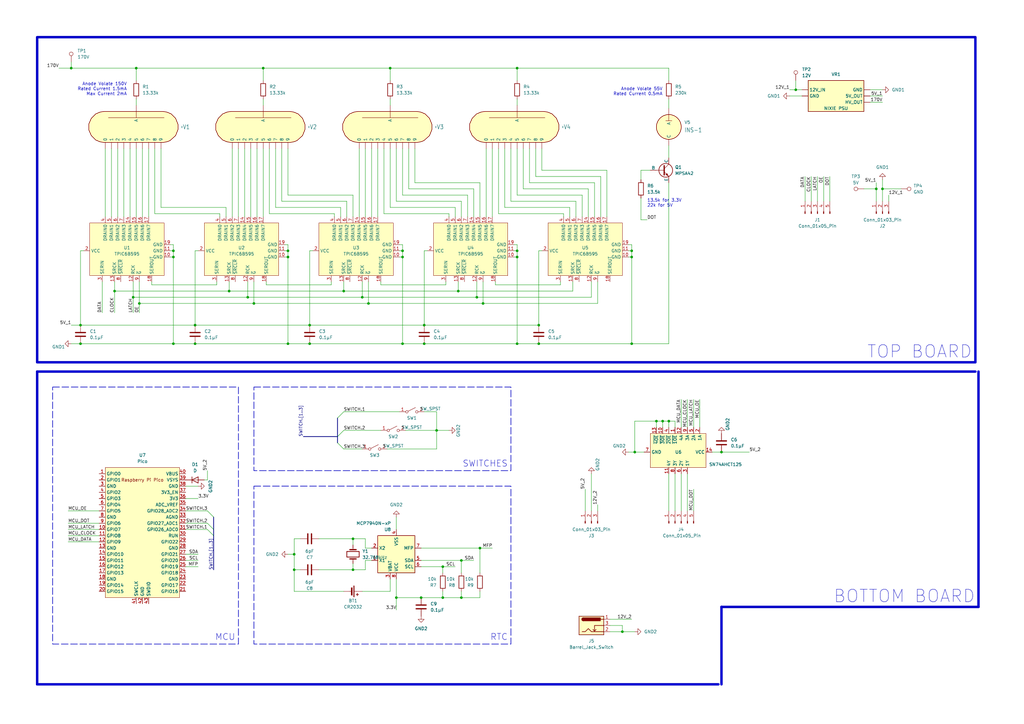
<source format=kicad_sch>
(kicad_sch (version 20230121) (generator eeschema)
  (paper "A3")
  (title_block (title "Nixie IN-8") (date "2023-08-25") (rev "1.0") (comment 2 "creativecommons.org") (comment 3 "Licence: CC BY 4.0") (comment 4 "Author: Zeno Gries"))
  (lib_symbols
    (symbol "Connector:Barrel_Jack_Switch" (pin_names hide)
      (property "Reference" "J" (at 0 5.334 0))
      (property "Value" "Barrel_Jack_Switch" (at 0 -5.08 0))
      (symbol "Barrel_Jack_Switch_1_1"
        (pin passive line (at 7.62 2.54 180) (length 2.54) (name "~") (number "1"))
        (pin passive line (at 7.62 -2.54 180) (length 2.54) (name "~") (number "2"))
        (pin passive line (at 7.62 0 180) (length 2.54) (name "~") (number "3"))
      )
    )
    (symbol "Connector:Conn_01x03_Pin" (pin_names (offset 1.016) hide)
      (property "Reference" "J" (at 0 5.08 0))
      (property "Value" "Conn_01x03_Pin" (at 0 -5.08 0))
      (symbol "Conn_01x03_Pin_1_1"
        (pin passive line (at 5.08 2.54 180) (length 3.81) (name "Pin_1") (number "1"))
        (pin passive line (at 5.08 0 180) (length 3.81) (name "Pin_2") (number "2"))
        (pin passive line (at 5.08 -2.54 180) (length 3.81) (name "Pin_3") (number "3"))
      )
    )
    (symbol "Connector:Conn_01x05_Pin" (pin_names (offset 1.016) hide)
      (property "Reference" "J" (at 0 7.62 0))
      (property "Value" "Conn_01x05_Pin" (at 0 -7.62 0))
      (symbol "Conn_01x05_Pin_1_1"
        (pin passive line (at 5.08 5.08 180) (length 3.81) (name "Pin_1") (number "1"))
        (pin passive line (at 5.08 2.54 180) (length 3.81) (name "Pin_2") (number "2"))
        (pin passive line (at 5.08 0 180) (length 3.81) (name "Pin_3") (number "3"))
        (pin passive line (at 5.08 -2.54 180) (length 3.81) (name "Pin_4") (number "4"))
        (pin passive line (at 5.08 -5.08 180) (length 3.81) (name "Pin_5") (number "5"))
      )
    )
    (symbol "Connector:TestPoint" (pin_numbers hide) (pin_names (offset 0.762) hide)
      (property "Reference" "TP" (at 0 6.858 0))
      (property "Value" "TestPoint" (at 0 5.08 0))
      (symbol "TestPoint_1_1"
        (pin passive line (at 0 0 90) (length 2.54) (name "1") (number "1"))
      )
    )
    (symbol "Device:Battery_Cell" (pin_numbers hide) (pin_names (offset 0) hide)
      (property "Reference" "BT" (at 2.54 2.54 0))
      (property "Value" "Battery_Cell" (at 2.54 0 0))
      (symbol "Battery_Cell_1_1"
        (pin passive line (at 0 5.08 270) (length 2.54) (name "+") (number "1"))
        (pin passive line (at 0 -2.54 90) (length 2.54) (name "-") (number "2"))
      )
    )
    (symbol "Device:C" (pin_numbers hide) (pin_names (offset 0.254))
      (property "Reference" "C" (at 0.635 2.54 0))
      (property "Value" "C" (at 0.635 -2.54 0))
      (symbol "C_1_1"
        (pin passive line (at 0 3.81 270) (length 2.794) (name "~") (number "1"))
        (pin passive line (at 0 -3.81 90) (length 2.794) (name "~") (number "2"))
      )
    )
    (symbol "Device:Crystal" (pin_numbers hide) (pin_names (offset 1.016) hide)
      (property "Reference" "Y" (at 0 3.81 0))
      (property "Value" "Crystal" (at 0 -3.81 0))
      (symbol "Crystal_1_1"
        (pin passive line (at -3.81 0 0) (length 1.27) (name "1") (number "1"))
        (pin passive line (at 3.81 0 180) (length 1.27) (name "2") (number "2"))
      )
    )
    (symbol "Device:D" (pin_numbers hide) (pin_names (offset 1.016) hide)
      (property "Reference" "D" (at 0 2.54 0))
      (property "Value" "D" (at 0 -2.54 0))
      (symbol "D_1_1"
        (pin passive line (at -3.81 0 0) (length 2.54) (name "K") (number "1"))
        (pin passive line (at 3.81 0 180) (length 2.54) (name "A") (number "2"))
      )
    )
    (symbol "Device:R" (pin_numbers hide) (pin_names (offset 0))
      (property "Reference" "R" (at 2.032 0 90))
      (property "Value" "R" (at 0 0 90))
      (symbol "R_1_1"
        (pin passive line (at 0 3.81 270) (length 1.27) (name "~") (number "1"))
        (pin passive line (at 0 -3.81 90) (length 1.27) (name "~") (number "2"))
      )
    )
    (symbol "MCU_RaspberryPi_and_Boards:Pico"
      (property "Reference" "U" (at -13.97 27.94 0))
      (property "Value" "Pico" (at 0 19.05 0))
      (symbol "Pico_0_0"
        (text "Raspberry Pi Pico" (at 0 21.59 0) (effects (font (size 1.27 1.27))))
      )
      (symbol "Pico_1_1"
        (pin bidirectional line (at -17.78 24.13 0) (length 2.54) (name "GPIO0") (number "1"))
        (pin bidirectional line (at -17.78 1.27 0) (length 2.54) (name "GPIO7") (number "10"))
        (pin bidirectional line (at -17.78 -1.27 0) (length 2.54) (name "GPIO8") (number "11"))
        (pin bidirectional line (at -17.78 -3.81 0) (length 2.54) (name "GPIO9") (number "12"))
        (pin power_in line (at -17.78 -6.35 0) (length 2.54) (name "GND") (number "13"))
        (pin bidirectional line (at -17.78 -8.89 0) (length 2.54) (name "GPIO10") (number "14"))
        (pin bidirectional line (at -17.78 -11.43 0) (length 2.54) (name "GPIO11") (number "15"))
        (pin bidirectional line (at -17.78 -13.97 0) (length 2.54) (name "GPIO12") (number "16"))
        (pin bidirectional line (at -17.78 -16.51 0) (length 2.54) (name "GPIO13") (number "17"))
        (pin power_in line (at -17.78 -19.05 0) (length 2.54) (name "GND") (number "18"))
        (pin bidirectional line (at -17.78 -21.59 0) (length 2.54) (name "GPIO14") (number "19"))
        (pin bidirectional line (at -17.78 21.59 0) (length 2.54) (name "GPIO1") (number "2"))
        (pin bidirectional line (at -17.78 -24.13 0) (length 2.54) (name "GPIO15") (number "20"))
        (pin bidirectional line (at 17.78 -24.13 180) (length 2.54) (name "GPIO16") (number "21"))
        (pin bidirectional line (at 17.78 -21.59 180) (length 2.54) (name "GPIO17") (number "22"))
        (pin power_in line (at 17.78 -19.05 180) (length 2.54) (name "GND") (number "23"))
        (pin bidirectional line (at 17.78 -16.51 180) (length 2.54) (name "GPIO18") (number "24"))
        (pin bidirectional line (at 17.78 -13.97 180) (length 2.54) (name "GPIO19") (number "25"))
        (pin bidirectional line (at 17.78 -11.43 180) (length 2.54) (name "GPIO20") (number "26"))
        (pin bidirectional line (at 17.78 -8.89 180) (length 2.54) (name "GPIO21") (number "27"))
        (pin power_in line (at 17.78 -6.35 180) (length 2.54) (name "GND") (number "28"))
        (pin bidirectional line (at 17.78 -3.81 180) (length 2.54) (name "GPIO22") (number "29"))
        (pin power_in line (at -17.78 19.05 0) (length 2.54) (name "GND") (number "3"))
        (pin input line (at 17.78 -1.27 180) (length 2.54) (name "RUN") (number "30"))
        (pin bidirectional line (at 17.78 1.27 180) (length 2.54) (name "GPIO26_ADC0") (number "31"))
        (pin bidirectional line (at 17.78 3.81 180) (length 2.54) (name "GPIO27_ADC1") (number "32"))
        (pin power_in line (at 17.78 6.35 180) (length 2.54) (name "AGND") (number "33"))
        (pin bidirectional line (at 17.78 8.89 180) (length 2.54) (name "GPIO28_ADC2") (number "34"))
        (pin power_in line (at 17.78 11.43 180) (length 2.54) (name "ADC_VREF") (number "35"))
        (pin power_in line (at 17.78 13.97 180) (length 2.54) (name "3V3") (number "36"))
        (pin input line (at 17.78 16.51 180) (length 2.54) (name "3V3_EN") (number "37"))
        (pin bidirectional line (at 17.78 19.05 180) (length 2.54) (name "GND") (number "38"))
        (pin power_in line (at 17.78 21.59 180) (length 2.54) (name "VSYS") (number "39"))
        (pin bidirectional line (at -17.78 16.51 0) (length 2.54) (name "GPIO2") (number "4"))
        (pin power_in line (at 17.78 24.13 180) (length 2.54) (name "VBUS") (number "40"))
        (pin input line (at -2.54 -29.21 90) (length 2.54) (name "SWCLK") (number "41"))
        (pin power_in line (at 0 -29.21 90) (length 2.54) (name "GND") (number "42"))
        (pin bidirectional line (at 2.54 -29.21 90) (length 2.54) (name "SWDIO") (number "43"))
        (pin bidirectional line (at -17.78 13.97 0) (length 2.54) (name "GPIO3") (number "5"))
        (pin bidirectional line (at -17.78 11.43 0) (length 2.54) (name "GPIO4") (number "6"))
        (pin bidirectional line (at -17.78 8.89 0) (length 2.54) (name "GPIO5") (number "7"))
        (pin power_in line (at -17.78 6.35 0) (length 2.54) (name "GND") (number "8"))
        (pin bidirectional line (at -17.78 3.81 0) (length 2.54) (name "GPIO6") (number "9"))
      )
    )
    (symbol "Nixie:IN-2"
      (property "Reference" "V" (at -1.2954 20.32 0))
      (symbol "IN-2_1_0"
        (pin bidirectional line (at -10.16 12.7 0) (length 2.54) (name "0") (number "0"))
        (pin bidirectional line (at -10.16 10.16 0) (length 2.54) (name "1") (number "1"))
        (pin bidirectional line (at -10.16 7.62 0) (length 2.54) (name "2") (number "2"))
        (pin bidirectional line (at -10.16 5.08 0) (length 2.54) (name "3") (number "3"))
        (pin bidirectional line (at -10.16 2.54 0) (length 2.54) (name "4") (number "4"))
        (pin bidirectional line (at -10.16 0 0) (length 2.54) (name "5") (number "5"))
        (pin bidirectional line (at -10.16 -2.54 0) (length 2.54) (name "6") (number "6"))
        (pin bidirectional line (at -10.16 -5.08 0) (length 2.54) (name "7") (number "7"))
        (pin bidirectional line (at -10.16 -7.62 0) (length 2.54) (name "8") (number "8"))
        (pin bidirectional line (at -10.16 -10.16 0) (length 2.54) (name "9") (number "9"))
        (pin power_in line (at 7.62 0 180) (length 5.08) (name "A") (number "A"))
      )
    )
    (symbol "Nixie:INS-1"
      (property "Reference" "V" (at 3.81 3.81 0))
      (property "Value" "INS-1" (at 5.588 -5.08 90))
      (symbol "INS-1_1_0"
        (pin power_in line (at 0 7.62 270) (length 5.08) (name "A") (number "A"))
        (pin power_in line (at 0 -7.62 90) (length 2.54) (name "C") (number "C"))
      )
    )
    (symbol "Nixie:NPN-MPSA42" (pin_numbers hide) (pin_names (offset 0))
      (property "Reference" "Q" (at -2.54 7.62 0))
      (property "Value" "NPN-MPSA42" (at -2.54 5.08 0))
      (symbol "NPN-MPSA42_1_1"
        (pin open_emitter line (at 2.54 -5.08 90) (length 2.54) (name "E") (number "1"))
        (pin input line (at -5.08 0 0) (length 2.54) (name "B") (number "2"))
        (pin open_collector line (at 2.54 5.08 270) (length 2.54) (name "C") (number "3"))
      )
    )
    (symbol "Nixie:Nixie-PSU-2"
      (property "Reference" "VR" (at 0 1.27 0))
      (symbol "Nixie-PSU-2_1_0"
        (pin power_in line (at -13.97 -1.27 0) (length 2.54) (name "GND") (number "1"))
        (pin power_in line (at -13.97 1.27 0) (length 2.54) (name "12V_IN") (number "2"))
        (pin power_out line (at 13.97 -3.81 180) (length 2.54) (name "HV_OUT") (number "3"))
        (pin power_out line (at 13.97 1.27 180) (length 2.54) (name "GND") (number "4"))
        (pin power_out line (at 13.97 -1.27 180) (length 2.54) (name "5V_OUT") (number "5"))
      )
    )
    (symbol "Nixie:SN54AHCT125"
      (property "Reference" "U" (at -1.27 0 90))
      (property "Value" "SN74AHCT125" (at 1.27 0 90))
      (symbol "SN54AHCT125_1_1"
        (pin input line (at -10.16 -1.27 0) (length 2.54) (name "~{1OE}") (number "1"))
        (pin input line (at -10.16 -6.35 0) (length 2.54) (name "~{3OE}") (number "10"))
        (pin output line (at 8.89 -3.81 180) (length 2.54) (name "4Y") (number "11"))
        (pin input line (at -10.16 1.27 0) (length 2.54) (name "4A") (number "12"))
        (pin input line (at -10.16 -8.89 0) (length 2.54) (name "~{4OE}") (number "13"))
        (pin power_in line (at 0 13.97 270) (length 2.54) (name "VCC") (number "14"))
        (pin input line (at -10.16 8.89 0) (length 2.54) (name "1A") (number "2"))
        (pin output line (at 8.89 3.81 180) (length 2.54) (name "1Y") (number "3"))
        (pin input line (at -10.16 -3.81 0) (length 2.54) (name "~{2OE}") (number "4"))
        (pin input line (at -10.16 6.35 0) (length 2.54) (name "2A") (number "5"))
        (pin output line (at 8.89 1.27 180) (length 2.54) (name "2Y") (number "6"))
        (pin power_in line (at 0 -13.97 90) (length 2.54) (name "GND") (number "7"))
        (pin output line (at 8.89 -1.27 180) (length 2.54) (name "3Y") (number "8"))
        (pin input line (at -10.16 3.81 0) (length 2.54) (name "3A") (number "9"))
      )
    )
    (symbol "Switch:SW_SPST" (pin_names (offset 0) hide)
      (property "Reference" "SW" (at 0 3.175 0))
      (property "Value" "SW_SPST" (at 0 -2.54 0))
      (symbol "SW_SPST_1_1"
        (pin passive line (at -5.08 0 0) (length 2.54) (name "A") (number "1"))
        (pin passive line (at 5.08 0 180) (length 2.54) (name "B") (number "2"))
      )
    )
    (symbol "TPIC6B595_2"
      (property "Reference" "U1" (at 1.27 0 90))
      (property "Value" "TPIC6B595" (at -1.27 0 90))
      (symbol "TPIC6B595_2_1_1"
        (pin power_in line (at -2.54 -17.78 90) (length 2.54) (name "GND") (number "10"))
        (pin power_in line (at 0 -17.78 90) (length 2.54) (name "GND") (number "11"))
        (pin input line (at -12.7 -2.54 0) (length 2.54) (name "RCK") (number "12"))
        (pin input line (at -12.7 5.08 0) (length 2.54) (name "SRCK") (number "13"))
        (pin open_collector line (at 13.97 -1.27 180) (length 2.54) (name "DRAIN4") (number "14"))
        (pin open_collector line (at 13.97 -3.81 180) (length 2.54) (name "DRAIN5") (number "15"))
        (pin open_collector line (at 13.97 -6.35 180) (length 2.54) (name "DRAIN6") (number "16"))
        (pin open_collector line (at 13.97 -8.89 180) (length 2.54) (name "DRAIN7") (number "17"))
        (pin input line (at -12.7 -10.16 0) (length 2.54) (name "SEROUT") (number "18"))
        (pin power_in line (at 2.54 -17.78 90) (length 2.54) (name "GND") (number "19"))
        (pin power_in line (at 0 17.78 270) (length 2.54) (name "VCC") (number "2"))
        (pin input line (at -12.7 10.16 0) (length 2.54) (name "SERIN") (number "3"))
        (pin open_collector line (at 13.97 8.89 180) (length 2.54) (name "DRAIN0") (number "4"))
        (pin open_collector line (at 13.97 6.35 180) (length 2.54) (name "DRAIN1") (number "5"))
        (pin open_collector line (at 13.97 3.81 180) (length 2.54) (name "DRAIN2") (number "6"))
        (pin open_collector line (at 13.97 1.27 180) (length 2.54) (name "DRAIN3") (number "7"))
        (pin input line (at -12.7 2.54 0) (length 2.54) (name "~{SRCLR}") (number "8"))
        (pin input line (at -12.7 -5.08 0) (length 2.54) (name "~{G}") (number "9"))
      )
    )
    (symbol "Timer_RTC:MCP7940N-xP"
      (property "Reference" "U" (at -6.35 8.89 0))
      (property "Value" "MCP7940N-xP" (at 11.43 8.89 0))
      (symbol "MCP7940N-xP_1_1"
        (pin input line (at 10.16 2.54 180) (length 2.54) (name "X1") (number "1"))
        (pin output line (at 10.16 -2.54 180) (length 2.54) (name "X2") (number "2"))
        (pin power_in line (at 2.54 10.16 270) (length 2.54) (name "VBAT") (number "3"))
        (pin power_in line (at 0 -10.16 90) (length 2.54) (name "VSS") (number "4"))
        (pin bidirectional line (at -10.16 2.54 0) (length 2.54) (name "SDA") (number "5"))
        (pin input line (at -10.16 5.08 0) (length 2.54) (name "SCL") (number "6"))
        (pin open_collector line (at -10.16 -2.54 0) (length 2.54) (name "MFP") (number "7"))
        (pin power_in line (at 0 10.16 270) (length 2.54) (name "VCC") (number "8"))
      )
    )
    (symbol "power:GND1" (power) (pin_names (offset 0))
      (property "Value" "GND1" (at 0 -3.81 0))
      (symbol "GND1_1_1"
        (pin power_in line (at 0 0 270) (length 0) hide (name "GND1") (number "1"))
      )
    )
    (symbol "power:GND2" (power) (pin_names (offset 0))
      (property "Value" "GND2" (at 0 -3.81 0))
      (symbol "GND2_1_1"
        (pin power_in line (at 0 0 270) (length 0) hide (name "GND2") (number "1"))
      )
    )
  )
  (junction (at 71.12 102.87))
  (junction (at 33.02 140.97))
  (junction (at 359.41 77.47))
  (junction (at 104.14 124.46))
  (junction (at 260.35 185.42))
  (junction (at 198.12 124.46))
  (junction (at 120.65 233.68))
  (junction (at 269.24 172.72))
  (junction (at 361.95 77.47))
  (junction (at 195.58 121.92))
  (junction (at 93.98 119.38))
  (junction (at 220.98 133.35))
  (junction (at 80.01 140.97))
  (junction (at 187.96 119.38))
  (junction (at 29.21 27.94))
  (junction (at 118.11 140.97))
  (junction (at 326.39 36.83))
  (junction (at 101.6 121.92))
  (junction (at 107.95 27.94))
  (junction (at 71.12 105.41))
  (junction (at 162.56 245.11))
  (junction (at 259.08 105.41))
  (junction (at 46.99 119.38))
  (junction (at 165.1 140.97))
  (junction (at 181.61 245.11))
  (junction (at 120.65 227.33))
  (junction (at 274.32 172.72))
  (junction (at 173.99 140.97))
  (junction (at 165.1 102.87))
  (junction (at 212.09 140.97))
  (junction (at 172.72 245.11))
  (junction (at 127 133.35))
  (junction (at 189.23 229.87))
  (junction (at 212.09 27.94))
  (junction (at 189.23 245.11))
  (junction (at 151.13 124.46))
  (junction (at 118.11 105.41))
  (junction (at 160.02 27.94))
  (junction (at 259.08 102.87))
  (junction (at 144.78 233.68))
  (junction (at 140.97 119.38))
  (junction (at 80.01 133.35))
  (junction (at 54.61 121.92))
  (junction (at 255.27 259.08))
  (junction (at 144.78 220.98))
  (junction (at 220.98 140.97))
  (junction (at 148.59 121.92))
  (junction (at 173.99 133.35))
  (junction (at 118.11 102.87))
  (junction (at 71.12 140.97))
  (junction (at 55.88 27.94))
  (junction (at 295.91 185.42))
  (junction (at 271.78 172.72))
  (junction (at 179.07 176.53))
  (junction (at 212.09 102.87))
  (junction (at 127 140.97))
  (junction (at 181.61 232.41))
  (junction (at 212.09 105.41))
  (junction (at 165.1 105.41))
  (junction (at 57.15 124.46))
  (junction (at 259.08 140.97))
  (junction (at 33.02 133.35))
  (junction (at 196.85 224.79))
  (bus_entry (at 87.63 219.71) (size -2.54 -2.54))
  (bus_entry (at 138.43 179.07) (size 2.54 -2.54))
  (bus_entry (at 87.63 212.09) (size -2.54 -2.54))
  (bus_entry (at 138.43 181.61) (size 2.54 2.54))
  (bus_entry (at 138.43 171.45) (size 2.54 -2.54))
  (bus_entry (at 87.63 217.17) (size -2.54 -2.54))
  (wire (pts (xy 274.32 59.69) (xy 274.32 64.77)))
  (polyline (pts (xy 295.91 248.92) (xy 295.91 280.67)) (stroke (width 1)))
  (wire (pts (xy 196.85 74.93) (xy 170.18 74.93)))
  (wire (pts (xy 196.85 224.79) (xy 196.85 234.95)))
  (wire (pts (xy 255.27 256.54) (xy 255.27 259.08)))
  (wire (pts (xy 326.39 36.83) (xy 328.93 36.83)))
  (wire (pts (xy 260.35 185.42) (xy 260.35 172.72)))
  (wire (pts (xy 284.48 163.83) (xy 284.48 175.26)))
  (wire (pts (xy 259.08 105.41) (xy 257.81 105.41)))
  (wire (pts (xy 116.84 100.33) (xy 118.11 100.33)))
  (wire (pts (xy 194.31 77.47) (xy 167.64 77.47)))
  (wire (pts (xy 195.58 121.92) (xy 195.58 115.57)))
  (wire (pts (xy 207.01 85.09) (xy 233.68 85.09)))
  (wire (pts (xy 66.04 85.09) (xy 66.04 60.96)))
  (wire (pts (xy 209.55 60.96) (xy 209.55 82.55)))
  (wire (pts (xy 181.61 232.41) (xy 181.61 234.95)))
  (wire (pts (xy 97.79 60.96) (xy 97.79 88.9)))
  (wire (pts (xy 156.21 115.57) (xy 156.21 116.84)))
  (polyline (pts (xy 15.24 280.67) (xy 15.24 152.4)) (stroke (width 1)))
  (wire (pts (xy 209.55 82.55) (xy 236.22 82.55)))
  (wire (pts (xy 212.09 140.97) (xy 220.98 140.97)))
  (wire (pts (xy 160.02 27.94) (xy 160.02 33.02)))
  (wire (pts (xy 71.12 105.41) (xy 71.12 140.97)))
  (wire (pts (xy 198.12 124.46) (xy 245.11 124.46)))
  (wire (pts (xy 50.8 88.9) (xy 50.8 60.96)))
  (wire (pts (xy 156.21 116.84) (xy 182.88 116.84)))
  (wire (pts (xy 90.17 87.63) (xy 63.5 87.63)))
  (wire (pts (xy 276.86 172.72) (xy 276.86 175.26)))
  (wire (pts (xy 217.17 60.96) (xy 217.17 74.93)))
  (wire (pts (xy 76.2 199.39) (xy 81.28 199.39)))
  (wire (pts (xy 323.85 36.83) (xy 326.39 36.83)))
  (wire (pts (xy 257.81 100.33) (xy 259.08 100.33)))
  (wire (pts (xy 369.57 77.47) (xy 361.95 77.47)))
  (wire (pts (xy 120.65 220.98) (xy 120.65 227.33)))
  (wire (pts (xy 107.95 27.94) (xy 160.02 27.94)))
  (wire (pts (xy 173.99 168.91) (xy 179.07 168.91)))
  (wire (pts (xy 33.02 133.35) (xy 80.01 133.35)))
  (wire (pts (xy 165.1 105.41) (xy 163.83 105.41)))
  (wire (pts (xy 120.65 233.68) (xy 120.65 227.33)))
  (wire (pts (xy 107.95 60.96) (xy 107.95 88.9)))
  (wire (pts (xy 92.71 85.09) (xy 66.04 85.09)))
  (wire (pts (xy 60.96 88.9) (xy 60.96 60.96)))
  (wire (pts (xy 173.99 140.97) (xy 212.09 140.97)))
  (wire (pts (xy 127 140.97) (xy 165.1 140.97)))
  (wire (pts (xy 274.32 27.94) (xy 274.32 33.02)))
  (bus (pts (xy 87.63 233.68) (xy 87.63 219.71)))
  (wire (pts (xy 191.77 80.01) (xy 165.1 80.01)))
  (wire (pts (xy 245.11 124.46) (xy 245.11 115.57)))
  (wire (pts (xy 262.89 90.17) (xy 265.43 90.17)))
  (wire (pts (xy 250.19 254) (xy 259.08 254)))
  (wire (pts (xy 271.78 172.72) (xy 274.32 172.72)))
  (wire (pts (xy 120.65 242.57) (xy 120.65 233.68)))
  (wire (pts (xy 220.98 133.35) (xy 220.98 102.87)))
  (wire (pts (xy 140.97 119.38) (xy 187.96 119.38)))
  (wire (pts (xy 76.2 204.47) (xy 81.28 204.47)))
  (wire (pts (xy 140.97 119.38) (xy 140.97 115.57)))
  (wire (pts (xy 356.87 39.37) (xy 361.95 39.37)))
  (wire (pts (xy 118.11 100.33) (xy 118.11 102.87)))
  (wire (pts (xy 109.22 116.84) (xy 135.89 116.84)))
  (wire (pts (xy 116.84 102.87) (xy 118.11 102.87)))
  (wire (pts (xy 142.24 88.9) (xy 142.24 82.55)))
  (wire (pts (xy 27.94 209.55) (xy 40.64 209.55)))
  (polyline (pts (xy 15.24 152.4) (xy 400.05 152.4)) (stroke (width 1)))
  (wire (pts (xy 40.64 222.25) (xy 27.94 222.25)))
  (wire (pts (xy 139.7 85.09) (xy 113.03 85.09)))
  (wire (pts (xy 40.64 217.17) (xy 27.94 217.17)))
  (wire (pts (xy 274.32 74.93) (xy 274.32 140.97)))
  (wire (pts (xy 152.4 60.96) (xy 152.4 88.9)))
  (wire (pts (xy 123.19 220.98) (xy 120.65 220.98)))
  (wire (pts (xy 57.15 124.46) (xy 57.15 128.27)))
  (wire (pts (xy 210.82 100.33) (xy 212.09 100.33)))
  (wire (pts (xy 101.6 121.92) (xy 148.59 121.92)))
  (wire (pts (xy 194.31 88.9) (xy 194.31 77.47)))
  (wire (pts (xy 81.28 232.41) (xy 76.2 232.41)))
  (bus (pts (xy 124.46 179.07) (xy 138.43 179.07)))
  (wire (pts (xy 241.3 77.47) (xy 241.3 88.9)))
  (wire (pts (xy 148.59 121.92) (xy 195.58 121.92)))
  (wire (pts (xy 85.09 196.85) (xy 83.82 196.85)))
  (wire (pts (xy 220.98 140.97) (xy 259.08 140.97)))
  (wire (pts (xy 248.92 69.85) (xy 248.92 88.9)))
  (wire (pts (xy 212.09 60.96) (xy 212.09 80.01)))
  (wire (pts (xy 201.93 224.79) (xy 196.85 224.79)))
  (wire (pts (xy 160.02 40.64) (xy 160.02 43.18)))
  (wire (pts (xy 53.34 88.9) (xy 53.34 60.96)))
  (wire (pts (xy 62.23 115.57) (xy 62.23 116.84)))
  (wire (pts (xy 189.23 242.57) (xy 189.23 245.11)))
  (wire (pts (xy 43.18 88.9) (xy 43.18 60.96)))
  (wire (pts (xy 214.63 60.96) (xy 214.63 77.47)))
  (wire (pts (xy 173.99 102.87) (xy 173.99 133.35)))
  (wire (pts (xy 137.16 88.9) (xy 137.16 87.63)))
  (wire (pts (xy 274.32 194.31) (xy 274.32 209.55)))
  (wire (pts (xy 135.89 116.84) (xy 135.89 115.57)))
  (wire (pts (xy 140.97 176.53) (xy 156.21 176.53)))
  (wire (pts (xy 196.85 242.57) (xy 196.85 245.11)))
  (wire (pts (xy 46.99 119.38) (xy 46.99 115.57)))
  (wire (pts (xy 46.99 128.27) (xy 46.99 119.38)))
  (wire (pts (xy 220.98 102.87) (xy 222.25 102.87)))
  (wire (pts (xy 204.47 60.96) (xy 204.47 87.63)))
  (wire (pts (xy 69.85 105.41) (xy 71.12 105.41)))
  (wire (pts (xy 58.42 88.9) (xy 58.42 60.96)))
  (bus (pts (xy 87.63 217.17) (xy 87.63 212.09)))
  (wire (pts (xy 57.15 115.57) (xy 57.15 124.46)))
  (wire (pts (xy 140.97 242.57) (xy 120.65 242.57)))
  (wire (pts (xy 48.26 88.9) (xy 48.26 60.96)))
  (wire (pts (xy 214.63 77.47) (xy 241.3 77.47)))
  (wire (pts (xy 154.94 60.96) (xy 154.94 88.9)))
  (wire (pts (xy 162.56 82.55) (xy 162.56 60.96)))
  (wire (pts (xy 118.11 102.87) (xy 118.11 105.41)))
  (wire (pts (xy 104.14 124.46) (xy 151.13 124.46)))
  (wire (pts (xy 199.39 60.96) (xy 199.39 88.9)))
  (wire (pts (xy 76.2 217.17) (xy 85.09 217.17)))
  (wire (pts (xy 101.6 121.92) (xy 101.6 115.57)))
  (wire (pts (xy 259.08 105.41) (xy 259.08 140.97)))
  (wire (pts (xy 118.11 140.97) (xy 127 140.97)))
  (wire (pts (xy 250.19 259.08) (xy 255.27 259.08)))
  (wire (pts (xy 260.35 172.72) (xy 269.24 172.72)))
  (wire (pts (xy 238.76 80.01) (xy 238.76 88.9)))
  (wire (pts (xy 189.23 234.95) (xy 189.23 229.87)))
  (wire (pts (xy 151.13 124.46) (xy 151.13 115.57)))
  (wire (pts (xy 140.97 168.91) (xy 163.83 168.91)))
  (wire (pts (xy 274.32 172.72) (xy 276.86 172.72)))
  (wire (pts (xy 123.19 233.68) (xy 120.65 233.68)))
  (wire (pts (xy 326.39 33.02) (xy 326.39 36.83)))
  (wire (pts (xy 181.61 245.11) (xy 172.72 245.11)))
  (wire (pts (xy 144.78 233.68) (xy 149.86 233.68)))
  (wire (pts (xy 262.89 81.28) (xy 262.89 90.17)))
  (wire (pts (xy 212.09 105.41) (xy 210.82 105.41)))
  (wire (pts (xy 149.86 229.87) (xy 149.86 233.68)))
  (wire (pts (xy 182.88 116.84) (xy 182.88 115.57)))
  (wire (pts (xy 359.41 77.47) (xy 359.41 82.55)))
  (wire (pts (xy 255.27 259.08) (xy 260.35 259.08)))
  (wire (pts (xy 259.08 140.97) (xy 274.32 140.97)))
  (wire (pts (xy 160.02 242.57) (xy 148.59 242.57)))
  (wire (pts (xy 231.14 87.63) (xy 231.14 88.9)))
  (bus (pts (xy 138.43 171.45) (xy 138.43 179.07)))
  (polyline (pts (xy 15.24 280.67) (xy 294.64 280.67)) (stroke (width 1)))
  (wire (pts (xy 181.61 232.41) (xy 172.72 232.41)))
  (wire (pts (xy 40.64 214.63) (xy 27.94 214.63)))
  (wire (pts (xy 118.11 105.41) (xy 116.84 105.41)))
  (wire (pts (xy 152.4 224.79) (xy 149.86 224.79)))
  (wire (pts (xy 204.47 87.63) (xy 231.14 87.63)))
  (wire (pts (xy 181.61 242.57) (xy 181.61 245.11)))
  (wire (pts (xy 140.97 184.15) (xy 148.59 184.15)))
  (wire (pts (xy 269.24 172.72) (xy 269.24 175.26)))
  (wire (pts (xy 340.36 72.39) (xy 340.36 82.55)))
  (wire (pts (xy 100.33 60.96) (xy 100.33 88.9)))
  (bus (pts (xy 138.43 179.07) (xy 138.43 181.61)))
  (wire (pts (xy 165.1 80.01) (xy 165.1 60.96)))
  (wire (pts (xy 93.98 119.38) (xy 93.98 115.57)))
  (wire (pts (xy 335.28 72.39) (xy 335.28 82.55)))
  (wire (pts (xy 196.85 224.79) (xy 172.72 224.79)))
  (wire (pts (xy 222.25 60.96) (xy 222.25 69.85)))
  (wire (pts (xy 281.94 194.31) (xy 281.94 209.55)))
  (wire (pts (xy 55.88 40.64) (xy 55.88 43.18)))
  (wire (pts (xy 245.11 209.55) (xy 245.11 207.01)))
  (wire (pts (xy 191.77 88.9) (xy 191.77 80.01)))
  (wire (pts (xy 63.5 87.63) (xy 63.5 60.96)))
  (wire (pts (xy 201.93 60.96) (xy 201.93 88.9)))
  (wire (pts (xy 330.2 72.39) (xy 330.2 82.55)))
  (wire (pts (xy 361.95 77.47) (xy 361.95 82.55)))
  (wire (pts (xy 76.2 214.63) (xy 85.09 214.63)))
  (wire (pts (xy 152.4 229.87) (xy 149.86 229.87)))
  (wire (pts (xy 71.12 140.97) (xy 80.01 140.97)))
  (wire (pts (xy 354.33 77.47) (xy 359.41 77.47)))
  (wire (pts (xy 242.57 194.31) (xy 242.57 209.55)))
  (wire (pts (xy 212.09 80.01) (xy 238.76 80.01)))
  (wire (pts (xy 262.89 69.85) (xy 262.89 73.66)))
  (wire (pts (xy 264.16 185.42) (xy 260.35 185.42)))
  (wire (pts (xy 109.22 115.57) (xy 109.22 116.84)))
  (wire (pts (xy 356.87 36.83) (xy 361.95 36.83)))
  (wire (pts (xy 219.71 60.96) (xy 219.71 72.39)))
  (wire (pts (xy 149.86 224.79) (xy 149.86 220.98)))
  (wire (pts (xy 212.09 27.94) (xy 212.09 33.02)))
  (wire (pts (xy 162.56 250.19) (xy 162.56 245.11)))
  (wire (pts (xy 166.37 176.53) (xy 179.07 176.53)))
  (wire (pts (xy 203.2 116.84) (xy 229.87 116.84)))
  (wire (pts (xy 29.21 133.35) (xy 33.02 133.35)))
  (wire (pts (xy 163.83 100.33) (xy 165.1 100.33)))
  (wire (pts (xy 332.74 72.39) (xy 332.74 82.55)))
  (wire (pts (xy 95.25 60.96) (xy 95.25 88.9)))
  (wire (pts (xy 102.87 60.96) (xy 102.87 88.9)))
  (wire (pts (xy 128.27 102.87) (xy 127 102.87)))
  (wire (pts (xy 24.13 27.94) (xy 29.21 27.94)))
  (wire (pts (xy 173.99 133.35) (xy 220.98 133.35)))
  (wire (pts (xy 361.95 77.47) (xy 361.95 73.66)))
  (wire (pts (xy 186.69 232.41) (xy 181.61 232.41)))
  (wire (pts (xy 212.09 100.33) (xy 212.09 102.87)))
  (wire (pts (xy 242.57 121.92) (xy 242.57 115.57)))
  (wire (pts (xy 217.17 74.93) (xy 243.84 74.93)))
  (wire (pts (xy 80.01 140.97) (xy 118.11 140.97)))
  (wire (pts (xy 212.09 40.64) (xy 212.09 43.18)))
  (wire (pts (xy 212.09 105.41) (xy 212.09 140.97)))
  (wire (pts (xy 54.61 115.57) (xy 54.61 121.92)))
  (wire (pts (xy 189.23 88.9) (xy 189.23 82.55)))
  (wire (pts (xy 71.12 102.87) (xy 71.12 105.41)))
  (wire (pts (xy 160.02 27.94) (xy 212.09 27.94)))
  (wire (pts (xy 189.23 82.55) (xy 162.56 82.55)))
  (wire (pts (xy 29.21 140.97) (xy 33.02 140.97)))
  (wire (pts (xy 284.48 200.66) (xy 284.48 209.55)))
  (wire (pts (xy 207.01 60.96) (xy 207.01 85.09)))
  (wire (pts (xy 62.23 116.84) (xy 88.9 116.84)))
  (wire (pts (xy 172.72 245.11) (xy 162.56 245.11)))
  (wire (pts (xy 127 102.87) (xy 127 133.35)))
  (wire (pts (xy 120.65 227.33) (xy 118.11 227.33)))
  (wire (pts (xy 142.24 82.55) (xy 115.57 82.55)))
  (wire (pts (xy 295.91 185.42) (xy 292.1 185.42)))
  (wire (pts (xy 41.91 115.57) (xy 41.91 128.27)))
  (wire (pts (xy 250.19 256.54) (xy 255.27 256.54)))
  (wire (pts (xy 92.71 88.9) (xy 92.71 85.09)))
  (wire (pts (xy 118.11 80.01) (xy 118.11 60.96)))
  (wire (pts (xy 88.9 116.84) (xy 88.9 115.57)))
  (wire (pts (xy 194.31 229.87) (xy 189.23 229.87)))
  (wire (pts (xy 279.4 163.83) (xy 279.4 175.26)))
  (wire (pts (xy 279.4 194.31) (xy 279.4 209.55)))
  (wire (pts (xy 281.94 163.83) (xy 281.94 175.26)))
  (wire (pts (xy 274.32 172.72) (xy 274.32 175.26)))
  (wire (pts (xy 107.95 27.94) (xy 107.95 33.02)))
  (wire (pts (xy 144.78 220.98) (xy 149.86 220.98)))
  (wire (pts (xy 196.85 245.11) (xy 189.23 245.11)))
  (wire (pts (xy 163.83 102.87) (xy 165.1 102.87)))
  (wire (pts (xy 107.95 40.64) (xy 107.95 43.18)))
  (wire (pts (xy 33.02 102.87) (xy 33.02 133.35)))
  (wire (pts (xy 54.61 121.92) (xy 101.6 121.92)))
  (wire (pts (xy 186.69 85.09) (xy 160.02 85.09)))
  (wire (pts (xy 262.89 69.85) (xy 266.7 69.85)))
  (wire (pts (xy 29.21 27.94) (xy 55.88 27.94)))
  (wire (pts (xy 307.34 185.42) (xy 295.91 185.42)))
  (bus (pts (xy 87.63 219.71) (xy 87.63 217.17)))
  (wire (pts (xy 184.15 88.9) (xy 184.15 87.63)))
  (wire (pts (xy 130.81 220.98) (xy 144.78 220.98)))
  (wire (pts (xy 71.12 100.33) (xy 71.12 102.87)))
  (wire (pts (xy 127 133.35) (xy 173.99 133.35)))
  (wire (pts (xy 186.69 88.9) (xy 186.69 85.09)))
  (wire (pts (xy 162.56 217.17) (xy 162.56 212.09)))
  (wire (pts (xy 179.07 184.15) (xy 179.07 176.53)))
  (wire (pts (xy 55.88 88.9) (xy 55.88 60.96)))
  (wire (pts (xy 337.82 72.39) (xy 337.82 82.55)))
  (wire (pts (xy 259.08 102.87) (xy 259.08 105.41)))
  (wire (pts (xy 137.16 87.63) (xy 110.49 87.63)))
  (wire (pts (xy 151.13 124.46) (xy 198.12 124.46)))
  (wire (pts (xy 118.11 105.41) (xy 118.11 140.97)))
  (wire (pts (xy 162.56 245.11) (xy 162.56 237.49)))
  (wire (pts (xy 210.82 102.87) (xy 212.09 102.87)))
  (wire (pts (xy 165.1 105.41) (xy 165.1 140.97)))
  (wire (pts (xy 158.75 184.15) (xy 179.07 184.15)))
  (wire (pts (xy 147.32 60.96) (xy 147.32 88.9)))
  (wire (pts (xy 149.86 60.96) (xy 149.86 88.9)))
  (wire (pts (xy 69.85 100.33) (xy 71.12 100.33)))
  (wire (pts (xy 144.78 223.52) (xy 144.78 220.98)))
  (wire (pts (xy 115.57 82.55) (xy 115.57 60.96)))
  (wire (pts (xy 184.15 176.53) (xy 179.07 176.53)))
  (wire (pts (xy 130.81 233.68) (xy 144.78 233.68)))
  (wire (pts (xy 165.1 102.87) (xy 165.1 105.41)))
  (wire (pts (xy 259.08 100.33) (xy 259.08 102.87)))
  (wire (pts (xy 187.96 119.38) (xy 187.96 115.57)))
  (wire (pts (xy 240.03 200.66) (xy 240.03 209.55)))
  (wire (pts (xy 212.09 102.87) (xy 212.09 105.41)))
  (wire (pts (xy 184.15 87.63) (xy 157.48 87.63)))
  (wire (pts (xy 196.85 88.9) (xy 196.85 74.93)))
  (wire (pts (xy 189.23 229.87) (xy 172.72 229.87)))
  (wire (pts (xy 144.78 88.9) (xy 144.78 80.01)))
  (wire (pts (xy 274.32 40.64) (xy 274.32 44.45)))
  (wire (pts (xy 167.64 77.47) (xy 167.64 60.96)))
  (wire (pts (xy 236.22 82.55) (xy 236.22 88.9)))
  (wire (pts (xy 110.49 87.63) (xy 110.49 60.96)))
  (wire (pts (xy 33.02 140.97) (xy 71.12 140.97)))
  (wire (pts (xy 179.07 168.91) (xy 179.07 176.53)))
  (wire (pts (xy 90.17 88.9) (xy 90.17 87.63)))
  (wire (pts (xy 287.02 163.83) (xy 287.02 175.26)))
  (wire (pts (xy 81.28 102.87) (xy 80.01 102.87)))
  (wire (pts (xy 81.28 227.33) (xy 76.2 227.33)))
  (wire (pts (xy 364.49 82.55) (xy 364.49 80.01)))
  (wire (pts (xy 222.25 69.85) (xy 248.92 69.85)))
  (wire (pts (xy 189.23 245.11) (xy 181.61 245.11)))
  (wire (pts (xy 203.2 115.57) (xy 203.2 116.84)))
  (wire (pts (xy 198.12 124.46) (xy 198.12 115.57)))
  (wire (pts (xy 276.86 194.31) (xy 276.86 209.55)))
  (wire (pts (xy 175.26 102.87) (xy 173.99 102.87)))
  (wire (pts (xy 219.71 72.39) (xy 246.38 72.39)))
  (wire (pts (xy 269.24 172.72) (xy 271.78 172.72)))
  (wire (pts (xy 356.87 41.91) (xy 361.95 41.91)))
  (wire (pts (xy 246.38 72.39) (xy 246.38 88.9)))
  (wire (pts (xy 233.68 85.09) (xy 233.68 88.9)))
  (wire (pts (xy 80.01 102.87) (xy 80.01 133.35)))
  (wire (pts (xy 359.41 74.93) (xy 359.41 77.47)))
  (wire (pts (xy 257.81 102.87) (xy 259.08 102.87)))
  (wire (pts (xy 46.99 119.38) (xy 93.98 119.38)))
  (wire (pts (xy 229.87 116.84) (xy 229.87 115.57)))
  (wire (pts (xy 243.84 74.93) (xy 243.84 88.9)))
  (wire (pts (xy 85.09 193.04) (xy 85.09 196.85)))
  (wire (pts (xy 54.61 121.92) (xy 54.61 128.27)))
  (wire (pts (xy 195.58 121.92) (xy 242.57 121.92)))
  (wire (pts (xy 29.21 25.4) (xy 29.21 27.94)))
  (polyline (pts (xy 401.32 248.92) (xy 295.91 248.92)) (stroke (width 1)))
  (wire (pts (xy 40.64 219.71) (xy 27.94 219.71)))
  (wire (pts (xy 160.02 237.49) (xy 160.02 242.57)))
  (wire (pts (xy 76.2 209.55) (xy 85.09 209.55)))
  (wire (pts (xy 55.88 27.94) (xy 107.95 27.94)))
  (wire (pts (xy 157.48 87.63) (xy 157.48 60.96)))
  (wire (pts (xy 57.15 124.46) (xy 104.14 124.46)))
  (wire (pts (xy 212.09 27.94) (xy 274.32 27.94)))
  (wire (pts (xy 93.98 119.38) (xy 140.97 119.38)))
  (wire (pts (xy 81.28 229.87) (xy 76.2 229.87)))
  (polyline (pts (xy 401.32 152.4) (xy 401.32 248.92)) (stroke (width 1)))
  (wire (pts (xy 323.85 39.37) (xy 328.93 39.37)))
  (wire (pts (xy 144.78 233.68) (xy 144.78 231.14)))
  (wire (pts (xy 170.18 74.93) (xy 170.18 60.96)))
  (wire (pts (xy 105.41 60.96) (xy 105.41 88.9)))
  (wire (pts (xy 187.96 119.38) (xy 234.95 119.38)))
  (wire (pts (xy 234.95 119.38) (xy 234.95 115.57)))
  (wire (pts (xy 160.02 85.09) (xy 160.02 60.96)))
  (wire (pts (xy 45.72 88.9) (xy 45.72 60.96)))
  (wire (pts (xy 144.78 80.01) (xy 118.11 80.01)))
  (wire (pts (xy 165.1 140.97) (xy 173.99 140.97)))
  (wire (pts (xy 69.85 102.87) (xy 71.12 102.87)))
  (wire (pts (xy 55.88 27.94) (xy 55.88 33.02)))
  (wire (pts (xy 148.59 121.92) (xy 148.59 115.57)))
  (wire (pts (xy 260.35 185.42) (xy 257.81 185.42)))
  (wire (pts (xy 165.1 100.33) (xy 165.1 102.87)))
  (wire (pts (xy 34.29 102.87) (xy 33.02 102.87)))
  (wire (pts (xy 113.03 85.09) (xy 113.03 60.96)))
  (wire (pts (xy 80.01 133.35) (xy 127 133.35)))
  (wire (pts (xy 271.78 172.72) (xy 271.78 175.26)))
  (wire (pts (xy 104.14 124.46) (xy 104.14 115.57)))
  (wire (pts (xy 139.7 88.9) (xy 139.7 85.09)))
  (rectangle (start 21.59 158.75) (end 97.79 264.16) (stroke (width 0.254) (type dash)))
  (rectangle (start 15.24 15.24) (end 400.05 148.59) (stroke (width 1)))
  (rectangle (start 104.14 158.75) (end 209.55 193.04) (stroke (width 0.254) (type dash)))
  (rectangle (start 104.14 199.39) (end 209.55 264.16) (stroke (width 0.254) (type dash)))
  (text "SWITCHES\n" (at 208.28 191.77 0) (effects (font (size 2.54 2.54)) (justify right bottom)))
  (text "Anode Volate 150V\nRated Current 1.5mA\nMax Current 2mA" (at 52.07 39.37 0) (effects (font (size 1.27 1.27)) (justify right bottom)))
  (text "13.5k for 3.3V\n22k for 5V" (at 265.43 85.09 0) (effects (font (size 1.27 1.27)) (justify left bottom)))
  (text "RTC\n" (at 208.28 262.89 0) (effects (font (size 2.54 2.54)) (justify right bottom)))
  (text "MCU" (at 96.52 262.89 0) (effects (font (size 2.54 2.54)) (justify right bottom)))
  (text "TOP BOARD" (at 398.78 147.32 0) (effects (font (size 5.08 5.08)) (justify right bottom)))
  (text "Anode Volate 55V\nRated Current 0.5mA" (at 271.78 39.37 0) (effects (font (size 1.27 1.27)) (justify right bottom)))
  (text "BOTTOM BOARD" (at 400.05 247.65 0) (effects (font (size 5.08 5.08)) (justify right bottom)))
  (label "12V_2" (at 259.08 254 180))
  (label "MCU_DOT" (at 284.48 200.66 270))
  (label "SWITCH.1" (at 140.97 168.91 0))
  (label "5V_1" (at 361.95 39.37 180))
  (label "CLOCK" (at 46.99 128.27 90))
  (label "CLOCK" (at 332.74 72.39 270))
  (label "SWITCH.2" (at 140.97 176.53 0))
  (label "5V_2" (at 307.34 185.42 0))
  (label "MCU_LATCH" (at 284.48 163.83 270))
  (label "170V" (at 24.13 27.94 180))
  (label "12V_1" (at 364.49 80.01 0))
  (label "170V" (at 361.95 41.91 180))
  (label "5V_1" (at 359.41 74.93 180))
  (label "SWITCH.[1..3]" (at 87.63 233.68 90))
  (label "SWITCH.1" (at 85.09 217.17 180))
  (label "SDA" (at 194.31 229.87 180))
  (label "OE" (at 57.15 128.27 90))
  (label "MFP" (at 81.28 232.41 180))
  (label "MCU_DOT" (at 27.94 214.63 0))
  (label "MCU_OE" (at 27.94 209.55 0))
  (label "SWITCH.3" (at 140.97 184.15 0))
  (label "MCU_LATCH" (at 27.94 217.17 0))
  (label "3.3V" (at 81.28 204.47 0))
  (label "DOT" (at 265.43 90.17 0))
  (label "5V_1" (at 29.21 133.35 180))
  (label "12V_2" (at 245.11 207.01 90))
  (label "MCU_CLOCK" (at 281.94 163.83 270))
  (label "MCU_DATA" (at 27.94 222.25 0))
  (label "DATA" (at 330.2 72.39 270))
  (label "MFP" (at 201.93 224.79 180))
  (label "DOT" (at 340.36 72.39 270))
  (label "MCU_DATA" (at 279.4 163.83 270))
  (label "DATA" (at 41.91 128.27 90))
  (label "SCL" (at 81.28 229.87 180))
  (label "SWITCH.3" (at 85.09 209.55 180))
  (label "SWITCH.[1..3]" (at 124.46 179.07 90))
  (label "5V_2" (at 240.03 200.66 90))
  (label "5V_2" (at 85.09 193.04 90))
  (label "12V_1" (at 323.85 36.83 180))
  (label "3.3V" (at 162.56 250.19 180))
  (label "OE" (at 337.82 72.39 270))
  (label "SWITCH.2" (at 85.09 214.63 180))
  (label "LATCH" (at 54.61 128.27 90))
  (label "LATCH" (at 335.28 72.39 270))
  (label "SDA" (at 81.28 227.33 180))
  (label "MCU_CLOCK" (at 27.94 219.71 0))
  (label "MCU_OE" (at 287.02 163.83 270))
  (label "SCL" (at 186.69 232.41 180))
  (symbol (lib_id "Device:D") (at 80.01 196.85 0) (unit 1)
    (property "Reference" "D1" (at 80.01 190.5 0))
    (property "Value" "D" (at 80.01 193.04 0))
    (property "Footprint" "Diode_SMD:D_SMA_Handsoldering" (effects hide))
    (property "Sim.Device" "D" (effects hide))
    (property "Sim.Pins" "1=K 2=A" (effects hide))
  )
  (symbol (lib_id "Device:R") (at 181.61 238.76 180) (unit 1)
    (property "Reference" "R7" (at 179.07 240.03 0) (effects (justify left)))
    (property "Value" "10k" (at 179.07 237.49 0) (effects (justify left)))
    (property "Footprint" "Resistor_SMD:R_1206_3216Metric_Pad1.30x1.75mm_HandSolder" (effects hide))
  )
  (symbol (lib_id "Connector:TestPoint") (at 29.21 25.4 0) (unit 1)
    (property "Reference" "TP1" (at 31.75 20.828 0) (effects (justify left)))
    (property "Value" "170V" (at 31.75 23.368 0) (effects (justify left)))
    (property "Footprint" "TestPoint:TestPoint_THTPad_D2.5mm_Drill1.2mm" (effects hide))
  )
  (symbol (lib_id "Device:C") (at 173.99 137.16 0) (unit 1)
    (property "Reference" "C4" (at 177.8 135.89 0) (effects (justify left)))
    (property "Value" "0.1µF" (at 177.8 138.43 0) (effects (justify left)))
    (property "Footprint" "Capacitor_THT:C_Disc_D3.0mm_W1.6mm_P2.50mm" (effects hide))
  )
  (symbol (lib_id "power:GND2") (at 257.81 185.42 270) (unit 1)
    (property "Reference" "#PWR07" (effects hide))
    (property "Value" "GND2" (at 254 182.88 90))
  )
  (symbol (lib_id "Nixie:Nixie-PSU-2") (at 342.9 38.1 0) (unit 1)
    (property "Reference" "VR1" (at 342.9 30.48 0))
    (property "Value" "NIXIE PSU" (at 342.9 44.45 0))
    (property "Footprint" "Nixie:NIXIE-PSU-2" (effects hide))
  )
  (symbol (lib_id "Nixie:IN-2") (at 55.88 50.8 90) (unit 1)
    (property "Reference" "V1" (at 74.93 52.07 90) (effects (font (size 1.778 1.5113)) (justify right)))
    (property "Value" "~" (at 73.66 52.07 0) (effects (font (size 1.6764 1.4249)) (justify top)))
    (property "Footprint" "Nixie:IN-2" (effects hide))
  )
  (symbol (lib_name "TPIC6B595_2") (lib_id "Nixie:TPIC6B595") (at 146.05 102.87 90) (unit 1)
    (property "Reference" "U3" (at 146.05 101.6 90))
    (property "Value" "TPIC6B595" (at 146.05 104.14 90))
    (property "Footprint" "Package_SO:SOIC-20W_7.5x12.8mm_P1.27mm" (effects hide))
    (property "Datasheet" "https://www.ti.com/lit/ds/symlink/tpic6b595.pdf?HQS=dis-mous-null-mousermode-dsf-pf-null-wwe&ts=1694255011993&ref_url=https%253A%252F%252Fwww.mouser.de%252F" (effects hide))
  )
  (symbol (lib_name "TPIC6B595_2") (lib_id "Nixie:TPIC6B595") (at 240.03 102.87 90) (unit 1)
    (property "Reference" "U5" (at 240.03 101.6 90))
    (property "Value" "TPIC6B595" (at 240.03 104.14 90))
    (property "Footprint" "Package_SO:SOIC-20W_7.5x12.8mm_P1.27mm" (effects hide))
    (property "Datasheet" "https://www.ti.com/lit/ds/symlink/tpic6b595.pdf?HQS=dis-mous-null-mousermode-dsf-pf-null-wwe&ts=1694255011993&ref_url=https%253A%252F%252Fwww.mouser.de%252F" (effects hide))
  )
  (symbol (lib_id "Nixie:IN-2") (at 160.02 50.8 90) (unit 1)
    (property "Reference" "V3" (at 179.07 52.07 90) (effects (font (size 1.778 1.5113)) (justify right)))
    (property "Value" "~" (at 177.8 52.07 0) (effects (font (size 1.6764 1.4249)) (justify top)))
    (property "Footprint" "Nixie:IN-2" (effects hide))
  )
  (symbol (lib_id "Device:C") (at 220.98 137.16 0) (unit 1)
    (property "Reference" "C5" (at 224.79 135.89 0) (effects (justify left)))
    (property "Value" "0.1µF" (at 224.79 138.43 0) (effects (justify left)))
    (property "Footprint" "Capacitor_THT:C_Disc_D3.0mm_W1.6mm_P2.50mm" (effects hide))
  )
  (symbol (lib_id "Connector:Barrel_Jack_Switch") (at 242.57 256.54 0) (unit 1)
    (property "Reference" "J5" (at 242.57 262.89 0))
    (property "Value" "Barrel_Jack_Switch" (at 242.57 265.43 0))
    (property "Footprint" "Connector_PinHeader_2.54mm:PinHeader_1x03_P2.54mm_Vertical" (effects hide))
  )
  (symbol (lib_id "power:GND1") (at 323.85 39.37 270) (unit 1)
    (property "Reference" "#PWR02" (effects hide))
    (property "Value" "GND1" (at 320.04 39.37 90) (effects (justify right)))
  )
  (symbol (lib_id "MCU_RaspberryPi_and_Boards:Pico") (at 58.42 218.44 0) (unit 1)
    (property "Reference" "U7" (at 58.42 186.69 0))
    (property "Value" "Pico" (at 58.42 189.23 0))
    (property "Footprint" "MCU_RaspberryPi_and_Boards:RPi_Pico_SMD" (effects hide))
  )
  (symbol (lib_name "TPIC6B595_2") (lib_id "Nixie:TPIC6B595") (at 193.04 102.87 90) (unit 1)
    (property "Reference" "U4" (at 193.04 101.6 90))
    (property "Value" "TPIC6B595" (at 193.04 104.14 90))
    (property "Footprint" "Package_SO:SOIC-20W_7.5x12.8mm_P1.27mm" (effects hide))
    (property "Datasheet" "https://www.ti.com/lit/ds/symlink/tpic6b595.pdf?HQS=dis-mous-null-mousermode-dsf-pf-null-wwe&ts=1694255011993&ref_url=https%253A%252F%252Fwww.mouser.de%252F" (effects hide))
  )
  (symbol (lib_id "power:GND2") (at 162.56 212.09 180) (unit 1)
    (property "Reference" "#PWR010" (effects hide))
    (property "Value" "GND2" (at 162.56 207.01 0))
  )
  (symbol (lib_id "Switch:SW_SPST") (at 153.67 184.15 0) (unit 1)
    (property "Reference" "SW3" (at 153.67 186.69 0))
    (property "Value" "SW_SPST" (at 161.29 182.88 0))
    (property "Footprint" "Connector_PinHeader_2.54mm:PinHeader_1x02_P2.54mm_Vertical" (effects hide))
  )
  (symbol (lib_id "power:GND2") (at 172.72 252.73 0) (unit 1)
    (property "Reference" "#PWR012" (effects hide))
    (property "Value" "GND2" (at 172.72 257.81 0))
  )
  (symbol (lib_id "Connector:Conn_01x05_Pin") (at 279.4 214.63 90) (unit 1)
    (property "Reference" "J4" (at 278.13 217.17 90) (effects (justify right)))
    (property "Value" "Conn_01x05_Pin" (at 271.78 219.71 90) (effects (justify right)))
    (property "Footprint" "Connector_PinHeader_2.54mm:PinHeader_1x05_P2.54mm_Vertical" (effects hide))
  )
  (symbol (lib_id "Device:C") (at 33.02 137.16 0) (unit 1)
    (property "Reference" "C1" (at 36.83 135.89 0) (effects (justify left)))
    (property "Value" "0.1µF" (at 36.83 138.43 0) (effects (justify left)))
    (property "Footprint" "Capacitor_THT:C_Disc_D3.0mm_W1.6mm_P2.50mm" (effects hide))
  )
  (symbol (lib_id "Connector:Conn_01x03_Pin") (at 361.95 87.63 90) (unit 1)
    (property "Reference" "J2" (at 361.95 92.71 90))
    (property "Value" "Conn_01x03_Pin" (at 361.95 90.17 90))
    (property "Footprint" "Connector_PinHeader_2.54mm:PinHeader_1x03_P2.54mm_Vertical" (effects hide))
  )
  (symbol (lib_id "Device:C") (at 172.72 248.92 0) (unit 1)
    (property "Reference" "C9" (at 176.53 247.65 0) (effects (justify left)))
    (property "Value" "0.1µF" (at 176.53 250.19 0) (effects (justify left)))
    (property "Footprint" "Capacitor_SMD:C_1206_3216Metric_Pad1.33x1.80mm_HandSolder" (effects hide))
  )
  (symbol (lib_id "Device:Battery_Cell") (at 143.51 242.57 270) (unit 1)
    (property "Reference" "BT1" (at 144.78 246.38 90))
    (property "Value" "CR2032" (at 144.78 248.92 90))
    (property "Footprint" "Battery:BatteryHolder_Keystone_3002_1x2032" (effects hide))
  )
  (symbol (lib_id "Connector:TestPoint") (at 354.33 77.47 90) (unit 1)
    (property "Reference" "TP3" (at 351.028 72.39 90))
    (property "Value" "5V" (at 351.028 74.93 90))
    (property "Footprint" "TestPoint:TestPoint_THTPad_D2.5mm_Drill1.2mm" (effects hide))
  )
  (symbol (lib_id "Nixie:IN-2") (at 212.09 50.8 90) (unit 1)
    (property "Reference" "V4" (at 231.14 52.07 90) (effects (font (size 1.778 1.5113)) (justify right)))
    (property "Value" "~" (at 229.87 52.07 0) (effects (font (size 1.6764 1.4249)) (justify top)))
    (property "Footprint" "Nixie:IN-2" (effects hide))
  )
  (symbol (lib_id "Device:C") (at 127 233.68 270) (unit 1)
    (property "Reference" "C8" (at 127 241.3 90))
    (property "Value" "6pF" (at 127 238.76 90))
    (property "Footprint" "Capacitor_SMD:C_1206_3216Metric_Pad1.33x1.80mm_HandSolder" (effects hide))
  )
  (symbol (lib_id "power:GND1") (at 29.21 140.97 270) (unit 1)
    (property "Reference" "#PWR04" (effects hide))
    (property "Value" "GND1" (at 26.67 142.24 90) (effects (justify right)))
  )
  (symbol (lib_id "Nixie:SN54AHCT125") (at 278.13 185.42 270) (unit 1)
    (property "Reference" "U6" (at 276.86 185.42 90) (effects (justify left)))
    (property "Value" "SN74AHCT125" (at 290.83 190.5 90) (effects (justify left)))
    (property "Footprint" "Package_SO:SO-14_3.9x8.65mm_P1.27mm" (effects hide))
    (property "Datasheet" "https://www.ti.com/lit/ds/symlink/sn74ahct125.pdf" (effects hide))
  )
  (symbol (lib_id "Device:C") (at 80.01 137.16 0) (unit 1)
    (property "Reference" "C2" (at 83.82 135.89 0) (effects (justify left)))
    (property "Value" "0.1µF" (at 83.82 138.43 0) (effects (justify left)))
    (property "Footprint" "Capacitor_THT:C_Disc_D3.0mm_W1.6mm_P2.50mm" (effects hide))
  )
  (symbol (lib_name "TPIC6B595_2") (lib_id "Nixie:TPIC6B595") (at 52.07 102.87 90) (unit 1)
    (property "Reference" "U1" (at 52.07 101.6 90))
    (property "Value" "TPIC6B595" (at 52.07 104.14 90))
    (property "Footprint" "Package_SO:SOIC-20W_7.5x12.8mm_P1.27mm" (effects hide))
    (property "Datasheet" "https://www.ti.com/lit/ds/symlink/tpic6b595.pdf?HQS=dis-mous-null-mousermode-dsf-pf-null-wwe&ts=1694255011993&ref_url=https%253A%252F%252Fwww.mouser.de%252F" (effects hide))
  )
  (symbol (lib_id "Connector:TestPoint") (at 369.57 77.47 270) (unit 1)
    (property "Reference" "TP4" (at 374.65 76.2 90) (effects (justify left)))
    (property "Value" "GND" (at 374.65 78.74 90) (effects (justify left)))
    (property "Footprint" "TestPoint:TestPoint_THTPad_D2.5mm_Drill1.2mm" (effects hide))
  )
  (symbol (lib_id "power:GND1") (at 361.95 36.83 90) (unit 1)
    (property "Reference" "#PWR01" (effects hide))
    (property "Value" "GND1" (at 365.76 36.83 90) (effects (justify right)))
  )
  (symbol (lib_id "Connector:Conn_01x05_Pin") (at 335.28 87.63 90) (unit 1)
    (property "Reference" "J1" (at 335.28 90.17 90))
    (property "Value" "Conn_01x05_Pin" (at 335.28 92.71 90))
    (property "Footprint" "Connector_PinHeader_2.54mm:PinHeader_1x05_P2.54mm_Vertical" (effects hide))
  )
  (symbol (lib_id "Connector:Conn_01x03_Pin") (at 242.57 214.63 90) (unit 1)
    (property "Reference" "J3" (at 242.57 219.71 90))
    (property "Value" "Conn_01x03_Pin" (at 242.57 217.17 90))
    (property "Footprint" "Connector_PinHeader_2.54mm:PinHeader_1x03_P2.54mm_Vertical" (effects hide))
  )
  (symbol (lib_id "Device:R") (at 262.89 77.47 0) (unit 1)
    (property "Reference" "R6" (at 265.43 76.2 0) (effects (justify left)))
    (property "Value" "13.5k" (at 265.43 78.74 0) (effects (justify left)))
    (property "Footprint" "Resistor_THT:R_Axial_DIN0204_L3.6mm_D1.6mm_P5.08mm_Horizontal" (effects hide))
  )
  (symbol (lib_id "Device:C") (at 127 137.16 0) (unit 1)
    (property "Reference" "C3" (at 130.81 135.89 0) (effects (justify left)))
    (property "Value" "0.1µF" (at 130.81 138.43 0) (effects (justify left)))
    (property "Footprint" "Capacitor_THT:C_Disc_D3.0mm_W1.6mm_P2.50mm" (effects hide))
  )
  (symbol (lib_name "TPIC6B595_2") (lib_id "Nixie:TPIC6B595") (at 99.06 102.87 90) (unit 1)
    (property "Reference" "U2" (at 99.06 101.6 90))
    (property "Value" "TPIC6B595" (at 99.06 104.14 90))
    (property "Footprint" "Package_SO:SOIC-20W_7.5x12.8mm_P1.27mm" (effects hide))
    (property "Datasheet" "https://www.ti.com/lit/ds/symlink/tpic6b595.pdf?HQS=dis-mous-null-mousermode-dsf-pf-null-wwe&ts=1694255011993&ref_url=https%253A%252F%252Fwww.mouser.de%252F" (effects hide))
  )
  (symbol (lib_id "Switch:SW_SPST") (at 161.29 176.53 0) (unit 1)
    (property "Reference" "SW2" (at 161.29 179.07 0))
    (property "Value" "SW_SPST" (at 168.91 175.26 0))
    (property "Footprint" "Connector_PinHeader_2.54mm:PinHeader_1x02_P2.54mm_Vertical" (effects hide))
  )
  (symbol (lib_id "power:GND2") (at 295.91 177.8 180) (unit 1)
    (property "Reference" "#PWR06" (effects hide))
    (property "Value" "GND2" (at 298.45 173.99 90))
  )
  (symbol (lib_id "power:GND2") (at 118.11 227.33 270) (unit 1)
    (property "Reference" "#PWR011" (effects hide))
    (property "Value" "GND2" (at 114.3 227.33 90) (effects (justify right)))
  )
  (symbol (lib_id "Device:C") (at 127 220.98 270) (unit 1)
    (property "Reference" "C7" (at 127 228.6 90))
    (property "Value" "6pF" (at 127 226.06 90))
    (property "Footprint" "Capacitor_SMD:C_1206_3216Metric_Pad1.33x1.80mm_HandSolder" (effects hide))
  )
  (symbol (lib_id "power:GND2") (at 81.28 199.39 90) (unit 1)
    (property "Reference" "#PWR09" (effects hide))
    (property "Value" "GND2" (at 86.36 196.85 0) (effects (justify right)))
  )
  (symbol (lib_id "Device:R") (at 107.95 36.83 0) (unit 1)
    (property "Reference" "R2" (at 110.49 35.56 0) (effects (justify left)))
    (property "Value" "13.33k" (at 110.49 38.1 0) (effects (justify left)))
    (property "Footprint" "Resistor_THT:R_Axial_DIN0207_L6.3mm_D2.5mm_P10.16mm_Horizontal" (effects hide))
  )
  (symbol (lib_id "Device:R") (at 196.85 238.76 180) (unit 1)
    (property "Reference" "R9" (at 194.31 240.03 0) (effects (justify left)))
    (property "Value" "10k" (at 194.31 237.49 0) (effects (justify left)))
    (property "Footprint" "Resistor_SMD:R_1206_3216Metric_Pad1.30x1.75mm_HandSolder" (effects hide))
  )
  (symbol (lib_id "Device:Crystal") (at 144.78 227.33 90) (unit 1)
    (property "Reference" "Y1" (at 148.59 226.06 90) (effects (justify right)))
    (property "Value" "32.768kHz" (at 148.59 228.6 90) (effects (justify right)))
    (property "Footprint" "Nixie:Crystal_DS26_D2.0mm_L6.0mm_Horizontal_SMT" (effects hide))
  )
  (symbol (lib_id "Nixie:INS-1") (at 274.32 52.07 0) (unit 1)
    (property "Reference" "V5" (at 280.67 50.165 0) (effects (justify left)))
    (property "Value" "INS-1" (at 280.67 53.34 0) (effects (font (size 1.778 1.5113)) (justify left)))
    (property "Footprint" "Nixie:INS-1" (effects hide))
  )
  (symbol (lib_id "Nixie:IN-2") (at 107.95 50.8 90) (unit 1)
    (property "Reference" "V2" (at 127 52.07 90) (effects (font (size 1.778 1.5113)) (justify right)))
    (property "Value" "~" (at 125.73 52.07 0) (effects (font (size 1.6764 1.4249)) (justify top)))
    (property "Footprint" "Nixie:IN-2" (effects hide))
  )
  (symbol (lib_id "Device:R") (at 189.23 238.76 180) (unit 1)
    (property "Reference" "R8" (at 186.69 240.03 0) (effects (justify left)))
    (property "Value" "10k" (at 186.69 237.49 0) (effects (justify left)))
    (property "Footprint" "Resistor_SMD:R_1206_3216Metric_Pad1.30x1.75mm_HandSolder" (effects hide))
  )
  (symbol (lib_id "Timer_RTC:MCP7940N-xP") (at 162.56 227.33 180) (unit 1)
    (property "Reference" "U8" (at 160.3659 217.17 0) (effects (justify left)))
    (property "Value" "MCP7940N-xP" (at 160.3659 214.63 0) (effects (justify left)))
    (property "Footprint" "Package_SO:SOIC-8_3.9x4.9mm_P1.27mm" (effects hide))
    (property "Datasheet" "http://ww1.microchip.com/downloads/en/DeviceDoc/20005010F.pdf" (effects hide))
  )
  (symbol (lib_id "Switch:SW_SPST") (at 168.91 168.91 0) (unit 1)
    (property "Reference" "SW1" (at 168.91 171.45 0))
    (property "Value" "SW_SPST" (at 176.53 167.64 0))
    (property "Footprint" "Connector_PinHeader_2.54mm:PinHeader_1x02_P2.54mm_Vertical" (effects hide))
  )
  (symbol (lib_id "Device:R") (at 212.09 36.83 0) (unit 1)
    (property "Reference" "R4" (at 214.63 35.56 0) (effects (justify left)))
    (property "Value" "13.33k" (at 214.63 38.1 0) (effects (justify left)))
    (property "Footprint" "Resistor_THT:R_Axial_DIN0207_L6.3mm_D2.5mm_P10.16mm_Horizontal" (effects hide))
  )
  (symbol (lib_id "power:GND2") (at 242.57 194.31 180) (unit 1)
    (property "Reference" "#PWR08" (effects hide))
    (property "Value" "GND2" (at 245.11 190.5 90))
  )
  (symbol (lib_id "Device:R") (at 274.32 36.83 0) (unit 1)
    (property "Reference" "R5" (at 276.86 35.56 0) (effects (justify left)))
    (property "Value" "230k" (at 276.86 38.1 0) (effects (justify left)))
    (property "Footprint" "Resistor_THT:R_Axial_DIN0207_L6.3mm_D2.5mm_P10.16mm_Horizontal" (effects hide))
  )
  (symbol (lib_id "power:GND2") (at 184.15 176.53 90) (unit 1)
    (property "Reference" "#PWR05" (effects hide))
    (property "Value" "GND2" (at 187.96 173.99 0) (effects (justify right)))
  )
  (symbol (lib_id "Connector:TestPoint") (at 326.39 33.02 0) (unit 1)
    (property "Reference" "TP2" (at 328.93 28.448 0) (effects (justify left)))
    (property "Value" "12V" (at 328.93 30.988 0) (effects (justify left)))
    (property "Footprint" "TestPoint:TestPoint_THTPad_D2.5mm_Drill1.2mm" (effects hide))
  )
  (symbol (lib_id "Device:R") (at 160.02 36.83 0) (unit 1)
    (property "Reference" "R3" (at 162.56 35.56 0) (effects (justify left)))
    (property "Value" "13.33k" (at 162.56 38.1 0) (effects (justify left)))
    (property "Footprint" "Resistor_THT:R_Axial_DIN0207_L6.3mm_D2.5mm_P10.16mm_Horizontal" (effects hide))
  )
  (symbol (lib_id "power:GND1") (at 361.95 73.66 180) (unit 1)
    (property "Reference" "#PWR03" (effects hide))
    (property "Value" "GND1" (at 361.95 68.58 0))
  )
  (symbol (lib_id "Device:R") (at 55.88 36.83 0) (unit 1)
    (property "Reference" "R1" (at 58.42 35.56 0) (effects (justify left)))
    (property "Value" "13.33k" (at 58.42 38.1 0) (effects (justify left)))
    (property "Footprint" "Resistor_THT:R_Axial_DIN0207_L6.3mm_D2.5mm_P10.16mm_Horizontal" (effects hide))
  )
  (symbol (lib_id "power:GND2") (at 260.35 259.08 90) (unit 1)
    (property "Reference" "#PWR013" (effects hide))
    (property "Value" "GND2" (at 264.16 259.08 90) (effects (justify right)))
  )
  (symbol (lib_id "Device:C") (at 295.91 181.61 0) (unit 1)
    (property "Reference" "C6" (at 299.72 180.34 0) (effects (justify left)))
    (property "Value" "0.1µF" (at 299.72 182.88 0) (effects (justify left)))
    (property "Footprint" "Capacitor_SMD:C_1206_3216Metric_Pad1.33x1.80mm_HandSolder" (effects hide))
  )
  (symbol (lib_id "Nixie:NPN-MPSA42") (at 271.78 69.85 0) (unit 1)
    (property "Reference" "Q1" (at 276.86 68.58 0) (effects (justify left)))
    (property "Value" "MPSA42" (at 276.86 71.12 0) (effects (justify left)))
    (property "Footprint" "Package_TO_SOT_THT:TO-92_Inline_Wide" (effects hide))
    (property "Sim.Device" "NPN" (effects hide))
    (property "Sim.Type" "GUMMELPOON" (effects hide))
    (property "Sim.Pins" "1=C 2=B 3=E" (effects hide))
  )
)
</source>
